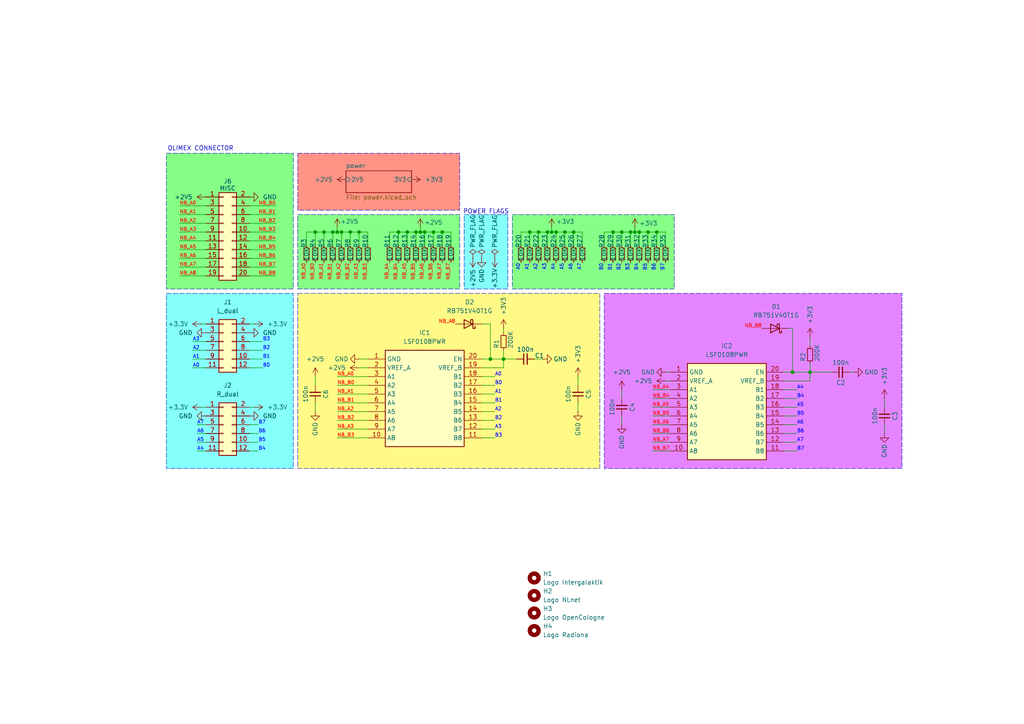
<source format=kicad_sch>
(kicad_sch (version 20231120) (generator "eeschema") (generator_version "8.0")
  (paper "A4")
  (title_block (title "Dual Translation") (date "2024-11-29") (rev "v0.1") (company "Intergalaktik d.o.o."))
  (junction (at 96.52 67.31))
  (junction (at 158.75 67.31))
  (junction (at 101.6 67.31))
  (junction (at 163.83 67.31))
  (junction (at 161.29 67.31))
  (junction (at 182.88 67.31))
  (junction (at 160.02 67.31))
  (junction (at 184.15 67.31))
  (junction (at 91.44 67.31))
  (junction (at 121.92 67.31))
  (junction (at 177.8 67.31))
  (junction (at 234.95 107.95))
  (junction (at 166.37 67.31))
  (junction (at 180.34 67.31))
  (junction (at 187.96 67.31))
  (junction (at 128.27 67.31))
  (junction (at 185.42 67.31))
  (junction (at 115.57 67.31))
  (junction (at 104.14 67.31))
  (junction (at 153.67 67.31))
  (junction (at 142.24 104.14))
  (junction (at 123.19 67.31))
  (junction (at 97.79 67.31))
  (junction (at 125.73 67.31))
  (junction (at 120.65 67.31))
  (junction (at 156.21 67.31))
  (junction (at 229.87 107.95))
  (junction (at 118.11 67.31))
  (junction (at 99.06 67.31))
  (junction (at 190.5 67.31))
  (junction (at 146.05 104.14))
  (junction (at 93.98 67.31))
  (wire (pts (xy 57.15 130.81) (xy 59.69 130.81)))
  (wire (pts (xy 97.79 67.31) (xy 97.79 66.04)))
  (wire (pts (xy 57.15 125.73) (xy 59.69 125.73)))
  (wire (pts (xy 97.79 114.3) (xy 106.68 114.3)))
  (wire (pts (xy 189.23 120.65) (xy 194.31 120.65)))
  (wire (pts (xy 139.7 111.76) (xy 143.51 111.76)))
  (wire (pts (xy 189.23 123.19) (xy 194.31 123.19)))
  (wire (pts (xy 91.44 109.22) (xy 91.44 111.76)))
  (wire (pts (xy 227.33 125.73) (xy 231.14 125.73)))
  (wire (pts (xy 227.33 110.49) (xy 234.95 110.49)))
  (wire (pts (xy 52.07 77.47) (xy 59.69 77.47)))
  (wire (pts (xy 52.07 80.01) (xy 59.69 80.01)))
  (wire (pts (xy 52.07 74.93) (xy 59.69 74.93)))
  (wire (pts (xy 57.15 128.27) (xy 59.69 128.27)))
  (wire (pts (xy 139.7 119.38) (xy 143.51 119.38)))
  (wire (pts (xy 97.79 121.92) (xy 106.68 121.92)))
  (wire (pts (xy 52.07 67.31) (xy 59.69 67.31)))
  (wire (pts (xy 139.7 114.3) (xy 143.51 114.3)))
  (wire (pts (xy 158.75 67.31) (xy 158.75 71.12)))
  (wire (pts (xy 52.07 72.39) (xy 59.69 72.39)))
  (wire (pts (xy 184.15 67.31) (xy 184.15 66.04)))
  (wire (pts (xy 156.21 67.31) (xy 156.21 71.12)))
  (wire (pts (xy 118.11 67.31) (xy 118.11 71.12)))
  (wire (pts (xy 256.54 115.57) (xy 256.54 118.11)))
  (wire (pts (xy 160.02 67.31) (xy 161.29 67.31)))
  (wire (pts (xy 125.73 67.31) (xy 125.73 71.12)))
  (wire (pts (xy 125.73 67.31) (xy 128.27 67.31)))
  (wire (pts (xy 146.05 104.14) (xy 149.86 104.14)))
  (wire (pts (xy 99.06 67.31) (xy 101.6 67.31)))
  (wire (pts (xy 139.7 104.14) (xy 142.24 104.14)))
  (wire (pts (xy 139.7 127) (xy 143.51 127)))
  (wire (pts (xy 121.92 67.31) (xy 123.19 67.31)))
  (wire (pts (xy 189.23 128.27) (xy 194.31 128.27)))
  (wire (pts (xy 146.05 104.14) (xy 146.05 101.6)))
  (wire (pts (xy 104.14 67.31) (xy 104.14 71.12)))
  (wire (pts (xy 104.14 104.14) (xy 106.68 104.14)))
  (wire (pts (xy 153.67 67.31) (xy 156.21 67.31)))
  (wire (pts (xy 229.87 95.25) (xy 229.87 107.95)))
  (wire (pts (xy 234.95 105.41) (xy 234.95 107.95)))
  (wire (pts (xy 187.96 67.31) (xy 190.5 67.31)))
  (wire (pts (xy 228.6 95.25) (xy 229.87 95.25)))
  (wire (pts (xy 52.07 62.23) (xy 59.69 62.23)))
  (wire (pts (xy 227.33 128.27) (xy 231.14 128.27)))
  (wire (pts (xy 142.24 93.98) (xy 142.24 104.14)))
  (wire (pts (xy 97.79 119.38) (xy 106.68 119.38)))
  (wire (pts (xy 72.39 64.77) (xy 80.01 64.77)))
  (wire (pts (xy 154.94 104.14) (xy 157.48 104.14)))
  (wire (pts (xy 161.29 67.31) (xy 163.83 67.31)))
  (wire (pts (xy 187.96 67.31) (xy 187.96 71.12)))
  (wire (pts (xy 128.27 67.31) (xy 128.27 71.12)))
  (wire (pts (xy 52.07 64.77) (xy 59.69 64.77)))
  (wire (pts (xy 72.39 77.47) (xy 80.01 77.47)))
  (wire (pts (xy 97.79 111.76) (xy 106.68 111.76)))
  (wire (pts (xy 72.39 67.31) (xy 80.01 67.31)))
  (wire (pts (xy 227.33 123.19) (xy 231.14 123.19)))
  (wire (pts (xy 189.23 115.57) (xy 194.31 115.57)))
  (wire (pts (xy 189.23 118.11) (xy 194.31 118.11)))
  (wire (pts (xy 120.65 67.31) (xy 121.92 67.31)))
  (wire (pts (xy 123.19 67.31) (xy 123.19 71.12)))
  (wire (pts (xy 52.07 59.69) (xy 59.69 59.69)))
  (wire (pts (xy 193.04 107.95) (xy 194.31 107.95)))
  (wire (pts (xy 101.6 67.31) (xy 101.6 71.12)))
  (wire (pts (xy 189.23 130.81) (xy 194.31 130.81)))
  (wire (pts (xy 161.29 67.31) (xy 161.29 71.12)))
  (wire (pts (xy 234.95 107.95) (xy 241.3 107.95)))
  (wire (pts (xy 184.15 67.31) (xy 185.42 67.31)))
  (wire (pts (xy 180.34 67.31) (xy 180.34 71.12)))
  (wire (pts (xy 153.67 67.31) (xy 153.67 71.12)))
  (wire (pts (xy 104.14 106.68) (xy 106.68 106.68)))
  (wire (pts (xy 142.24 104.14) (xy 146.05 104.14)))
  (wire (pts (xy 229.87 107.95) (xy 234.95 107.95)))
  (wire (pts (xy 115.57 67.31) (xy 118.11 67.31)))
  (wire (pts (xy 72.39 72.39) (xy 80.01 72.39)))
  (wire (pts (xy 177.8 67.31) (xy 177.8 71.12)))
  (wire (pts (xy 88.9 71.12) (xy 88.9 67.31)))
  (wire (pts (xy 72.39 74.93) (xy 80.01 74.93)))
  (wire (pts (xy 156.21 67.31) (xy 158.75 67.31)))
  (wire (pts (xy 227.33 118.11) (xy 231.14 118.11)))
  (wire (pts (xy 146.05 106.68) (xy 146.05 104.14)))
  (wire (pts (xy 72.39 62.23) (xy 80.01 62.23)))
  (wire (pts (xy 160.02 67.31) (xy 160.02 66.04)))
  (wire (pts (xy 190.5 67.31) (xy 193.04 67.31)))
  (wire (pts (xy 96.52 67.31) (xy 97.79 67.31)))
  (wire (pts (xy 139.7 124.46) (xy 143.51 124.46)))
  (wire (pts (xy 55.88 106.68) (xy 59.69 106.68)))
  (wire (pts (xy 96.52 67.31) (xy 96.52 71.12)))
  (wire (pts (xy 246.38 107.95) (xy 247.65 107.95)))
  (wire (pts (xy 101.6 67.31) (xy 104.14 67.31)))
  (wire (pts (xy 58.42 118.11) (xy 59.69 118.11)))
  (wire (pts (xy 190.5 67.31) (xy 190.5 71.12)))
  (wire (pts (xy 139.7 116.84) (xy 143.51 116.84)))
  (wire (pts (xy 182.88 67.31) (xy 184.15 67.31)))
  (wire (pts (xy 139.7 121.92) (xy 143.51 121.92)))
  (wire (pts (xy 120.65 67.31) (xy 120.65 71.12)))
  (wire (pts (xy 72.39 80.01) (xy 80.01 80.01)))
  (wire (pts (xy 106.68 67.31) (xy 106.68 71.12)))
  (wire (pts (xy 52.07 69.85) (xy 59.69 69.85)))
  (wire (pts (xy 185.42 67.31) (xy 187.96 67.31)))
  (wire (pts (xy 91.44 116.84) (xy 91.44 119.38)))
  (wire (pts (xy 151.13 67.31) (xy 153.67 67.31)))
  (wire (pts (xy 118.11 67.31) (xy 120.65 67.31)))
  (wire (pts (xy 193.04 67.31) (xy 193.04 71.12)))
  (wire (pts (xy 227.33 120.65) (xy 231.14 120.65)))
  (wire (pts (xy 88.9 67.31) (xy 91.44 67.31)))
  (wire (pts (xy 115.57 67.31) (xy 115.57 71.12)))
  (wire (pts (xy 166.37 67.31) (xy 168.91 67.31)))
  (wire (pts (xy 175.26 67.31) (xy 177.8 67.31)))
  (wire (pts (xy 227.33 107.95) (xy 229.87 107.95)))
  (wire (pts (xy 91.44 67.31) (xy 93.98 67.31)))
  (wire (pts (xy 185.42 67.31) (xy 185.42 71.12)))
  (wire (pts (xy 113.03 67.31) (xy 115.57 67.31)))
  (wire (pts (xy 72.39 128.27) (xy 74.93 128.27)))
  (wire (pts (xy 193.04 110.49) (xy 194.31 110.49)))
  (wire (pts (xy 97.79 116.84) (xy 106.68 116.84)))
  (wire (pts (xy 72.39 104.14) (xy 76.2 104.14)))
  (wire (pts (xy 97.79 109.22) (xy 106.68 109.22)))
  (wire (pts (xy 227.33 113.03) (xy 231.14 113.03)))
  (wire (pts (xy 189.23 113.03) (xy 194.31 113.03)))
  (wire (pts (xy 72.39 123.19) (xy 74.93 123.19)))
  (wire (pts (xy 168.91 67.31) (xy 168.91 71.12)))
  (wire (pts (xy 55.88 99.06) (xy 59.69 99.06)))
  (wire (pts (xy 73.66 93.98) (xy 72.39 93.98)))
  (wire (pts (xy 182.88 67.31) (xy 182.88 71.12)))
  (wire (pts (xy 72.39 106.68) (xy 76.2 106.68)))
  (wire (pts (xy 123.19 67.31) (xy 125.73 67.31)))
  (wire (pts (xy 180.34 67.31) (xy 182.88 67.31)))
  (wire (pts (xy 72.39 59.69) (xy 80.01 59.69)))
  (wire (pts (xy 139.7 106.68) (xy 146.05 106.68)))
  (wire (pts (xy 128.27 67.31) (xy 130.81 67.31)))
  (wire (pts (xy 180.34 113.03) (xy 180.34 115.57)))
  (wire (pts (xy 72.39 130.81) (xy 74.93 130.81)))
  (wire (pts (xy 139.7 93.98) (xy 142.24 93.98)))
  (wire (pts (xy 256.54 123.19) (xy 256.54 125.73)))
  (wire (pts (xy 167.64 116.84) (xy 167.64 119.38)))
  (wire (pts (xy 91.44 67.31) (xy 91.44 71.12)))
  (wire (pts (xy 72.39 69.85) (xy 80.01 69.85)))
  (wire (pts (xy 175.26 71.12) (xy 175.26 67.31)))
  (wire (pts (xy 177.8 67.31) (xy 180.34 67.31)))
  (wire (pts (xy 151.13 71.12) (xy 151.13 67.31)))
  (wire (pts (xy 55.88 101.6) (xy 59.69 101.6)))
  (wire (pts (xy 93.98 67.31) (xy 96.52 67.31)))
  (wire (pts (xy 158.75 67.31) (xy 160.02 67.31)))
  (wire (pts (xy 97.79 127) (xy 106.68 127)))
  (wire (pts (xy 104.14 67.31) (xy 106.68 67.31)))
  (wire (pts (xy 72.39 125.73) (xy 74.93 125.73)))
  (wire (pts (xy 234.95 110.49) (xy 234.95 107.95)))
  (wire (pts (xy 58.42 93.98) (xy 59.69 93.98)))
  (wire (pts (xy 227.33 115.57) (xy 231.14 115.57)))
  (wire (pts (xy 72.39 99.06) (xy 76.2 99.06)))
  (wire (pts (xy 146.05 95.25) (xy 146.05 96.52)))
  (wire (pts (xy 180.34 120.65) (xy 180.34 123.19)))
  (wire (pts (xy 113.03 71.12) (xy 113.03 67.31)))
  (wire (pts (xy 97.79 67.31) (xy 99.06 67.31)))
  (wire (pts (xy 72.39 101.6) (xy 76.2 101.6)))
  (wire (pts (xy 163.83 67.31) (xy 166.37 67.31)))
  (wire (pts (xy 99.06 67.31) (xy 99.06 71.12)))
  (wire (pts (xy 227.33 130.81) (xy 231.14 130.81)))
  (wire (pts (xy 189.23 125.73) (xy 194.31 125.73)))
  (wire (pts (xy 73.66 118.11) (xy 72.39 118.11)))
  (wire (pts (xy 121.92 67.31) (xy 121.92 66.04)))
  (wire (pts (xy 93.98 67.31) (xy 93.98 71.12)))
  (wire (pts (xy 97.79 124.46) (xy 106.68 124.46)))
  (wire (pts (xy 166.37 67.31) (xy 166.37 71.12)))
  (wire (pts (xy 163.83 67.31) (xy 163.83 71.12)))
  (wire (pts (xy 55.88 104.14) (xy 59.69 104.14)))
  (wire (pts (xy 130.81 67.31) (xy 130.81 71.12)))
  (wire (pts (xy 167.64 109.22) (xy 167.64 111.76)))
  (wire (pts (xy 234.95 97.79) (xy 234.95 100.33)))
  (wire (pts (xy 57.15 123.19) (xy 59.69 123.19)))
  (wire (pts (xy 139.7 109.22) (xy 143.51 109.22)))
  (rectangle (start 134.62 62.23) (end 147.32 83.82) (stroke (width 0.127) (type dash)) (fill (type color) (color 0 255 246 0.48)))
  (rectangle (start 175.26 85.09) (end 261.62 135.89) (stroke (width 0.127) (type dash)) (fill (type color) (color 199 1 255 0.48)))
  (rectangle (start 148.59 62.23) (end 195.58 83.82) (stroke (width 0.127) (type dash)) (fill (type color) (color 2 255 0 0.48)))
  (rectangle (start 86.36 85.09) (end 173.99 135.89) (stroke (width 0.127) (type dash)) (fill (type color) (color 255 242 0 0.48)))
  (rectangle (start 86.36 62.23) (end 133.35 83.82) (stroke (width 0.127) (type dash)) (fill (type color) (color 2 255 0 0.48)))
  (rectangle (start 86.36 44.45) (end 133.35 60.96) (stroke (width 0.127) (type dash)) (fill (type color) (color 255 30 0 0.48)))
  (rectangle (start 48.26 44.45) (end 85.09 83.82) (stroke (width 0.127) (type dash)) (fill (type color) (color 2 255 0 0.48)))
  (rectangle (start 48.26 85.09) (end 85.09 135.89) (stroke (width 0.127) (type dash)) (fill (type color) (color 0 255 246 0.48)))
  (text "OLIMEX CONNECTOR" (at 58.166 43.18 0) (effects (font (size 1.27 1.27))))
  (text "POWER FLAGS" (at 140.97 61.468 0) (effects (font (size 1.27 1.27))))
  (label "A3" (at 158.75 76.2 270) (effects (font (size 1.016 1.016))))
  (label "NB_B2" (at 101.6 76.2 270) (effects (font (size 1.016 1.016))))
  (label "NB_B3" (at 80.01 67.31 180) (effects (font (size 1.016 1.016))))
  (label "NB_B8" (at 220.98 95.25 180) (effects (font (size 1.016 1.016))))
  (label "NB_A5" (at 52.07 72.39 0) (effects (font (size 1.016 1.016))))
  (label "NB_A0" (at 52.07 59.69 0) (effects (font (size 1.016 1.016))))
  (label "B0" (at 143.51 111.76 0) (effects (font (size 1.016 1.016))))
  (label "NB_A5" (at 118.11 76.2 270) (effects (font (size 1.016 1.016))))
  (label "NB_A0" (at 88.9 76.2 270) (effects (font (size 1.016 1.016))))
  (label "B6" (at 74.93 125.73 0) (effects (font (size 1.016 1.016))))
  (label "A5" (at 163.83 76.2 270) (effects (font (size 1.016 1.016))))
  (label "B3" (at 76.2 99.06 0) (effects (font (size 1.016 1.016))))
  (label "B2" (at 143.51 121.92 0) (effects (font (size 1.016 1.016))))
  (label "NB_B2" (at 97.79 121.92 0) (effects (font (size 1.016 1.016))))
  (label "B5" (at 74.93 128.27 0) (effects (font (size 1.016 1.016))))
  (label "B2" (at 180.34 76.2 270) (effects (font (size 1.016 1.016))))
  (label "NB_A4" (at 52.07 69.85 0) (effects (font (size 1.016 1.016))))
  (label "NB_A6" (at 52.07 74.93 0) (effects (font (size 1.016 1.016))))
  (label "A7" (at 231.14 128.27 0) (effects (font (size 1.016 1.016))))
  (label "B4" (at 74.93 130.81 0) (effects (font (size 1.016 1.016))))
  (label "B1" (at 76.2 104.14 0) (effects (font (size 1.016 1.016))))
  (label "B5" (at 187.96 76.2 270) (effects (font (size 1.016 1.016))))
  (label "A0" (at 55.88 106.68 0) (effects (font (size 1.016 1.016))))
  (label "NB_A6" (at 123.19 76.2 270) (effects (font (size 1.016 1.016))))
  (label "NB_A2" (at 99.06 76.2 270) (effects (font (size 1.016 1.016))))
  (label "NB_A3" (at 52.07 67.31 0) (effects (font (size 1.016 1.016))))
  (label "NB_B1" (at 80.01 62.23 180) (effects (font (size 1.016 1.016))))
  (label "NB_B3" (at 106.68 76.2 270) (effects (font (size 1.016 1.016))))
  (label "NB_A2" (at 97.79 119.38 0) (effects (font (size 1.016 1.016))))
  (label "NB_B5" (at 80.01 72.39 180) (effects (font (size 1.016 1.016))))
  (label "NB_B4" (at 115.57 76.2 270) (effects (font (size 1.016 1.016))))
  (label "NB_A2" (at 52.07 64.77 0) (effects (font (size 1.016 1.016))))
  (label "B5" (at 231.14 120.65 0) (effects (font (size 1.016 1.016))))
  (label "A3" (at 55.88 99.06 0) (effects (font (size 1.016 1.016))))
  (label "NB_B6" (at 125.73 76.2 270) (effects (font (size 1.016 1.016))))
  (label "B1" (at 177.8 76.2 270) (effects (font (size 1.016 1.016))))
  (label "A1" (at 55.88 104.14 0) (effects (font (size 1.016 1.016))))
  (label "NB_B0" (at 97.79 111.76 0) (effects (font (size 1.016 1.016))))
  (label "B2" (at 76.2 101.6 0) (effects (font (size 1.016 1.016))))
  (label "A1" (at 153.67 76.2 270) (effects (font (size 1.016 1.016))))
  (label "A2" (at 156.21 76.2 270) (effects (font (size 1.016 1.016))))
  (label "A4" (at 231.14 113.03 0) (effects (font (size 1.016 1.016))))
  (label "NB_B1" (at 97.79 116.84 0) (effects (font (size 1.016 1.016))))
  (label "NB_B5" (at 189.23 120.65 0) (effects (font (size 1.016 1.016))))
  (label "A3" (at 143.51 124.46 0) (effects (font (size 1.016 1.016))))
  (label "NB_A4" (at 113.03 76.2 270) (effects (font (size 1.016 1.016))))
  (label "B7" (at 74.93 123.19 0) (effects (font (size 1.016 1.016))))
  (label "NB_A5" (at 189.23 118.11 0) (effects (font (size 1.016 1.016))))
  (label "A4" (at 57.15 130.81 0) (effects (font (size 1.016 1.016))))
  (label "NB_B2" (at 80.01 64.77 180) (effects (font (size 1.016 1.016))))
  (label "A6" (at 231.14 123.19 0) (effects (font (size 1.016 1.016))))
  (label "NB_B1" (at 96.52 76.2 270) (effects (font (size 1.016 1.016))))
  (label "B0" (at 76.2 106.68 0) (effects (font (size 1.016 1.016))))
  (label "B7" (at 193.04 76.2 270) (effects (font (size 1.016 1.016))))
  (label "NB_A3" (at 104.14 76.2 270) (effects (font (size 1.016 1.016))))
  (label "B7" (at 231.14 130.81 0) (effects (font (size 1.016 1.016))))
  (label "NB_A6" (at 189.23 123.19 0) (effects (font (size 1.016 1.016))))
  (label "NB_A3" (at 97.79 124.46 0) (effects (font (size 1.016 1.016))))
  (label "NB_A7" (at 189.23 128.27 0) (effects (font (size 1.016 1.016))))
  (label "NB_A1" (at 97.79 114.3 0) (effects (font (size 1.016 1.016))))
  (label "NB_B6" (at 189.23 125.73 0) (effects (font (size 1.016 1.016))))
  (label "B6" (at 190.5 76.2 270) (effects (font (size 1.016 1.016))))
  (label "A2" (at 143.51 119.38 0) (effects (font (size 1.016 1.016))))
  (label "NB_B7" (at 130.81 76.2 270) (effects (font (size 1.016 1.016))))
  (label "B6" (at 231.14 125.73 0) (effects (font (size 1.016 1.016))))
  (label "NB_A7" (at 128.27 76.2 270) (effects (font (size 1.016 1.016))))
  (label "NB_B0" (at 80.01 59.69 180) (effects (font (size 1.016 1.016))))
  (label "NB_B4" (at 80.01 69.85 180) (effects (font (size 1.016 1.016))))
  (label "NB_A0" (at 97.79 109.22 0) (effects (font (size 1.016 1.016))))
  (label "A4" (at 161.29 76.2 270) (effects (font (size 1.016 1.016))))
  (label "B0" (at 175.26 76.2 270) (effects (font (size 1.016 1.016))))
  (label "A7" (at 57.15 123.19 0) (effects (font (size 1.016 1.016))))
  (label "NB_A8" (at 132.08 93.98 180) (effects (font (size 1.016 1.016))))
  (label "B4" (at 231.14 115.57 0) (effects (font (size 1.016 1.016))))
  (label "NB_A4" (at 189.23 113.03 0) (effects (font (size 1.016 1.016))))
  (label "B1" (at 143.51 116.84 0) (effects (font (size 1.016 1.016))))
  (label "A6" (at 57.15 125.73 0) (effects (font (size 1.016 1.016))))
  (label "A6" (at 166.37 76.2 270) (effects (font (size 1.016 1.016))))
  (label "NB_B3" (at 97.79 127 0) (effects (font (size 1.016 1.016))))
  (label "A1" (at 143.51 114.3 0) (effects (font (size 1.016 1.016))))
  (label "NB_A1" (at 93.98 76.2 270) (effects (font (size 1.016 1.016))))
  (label "NB_B4" (at 189.23 115.57 0) (effects (font (size 1.016 1.016))))
  (label "A0" (at 143.51 109.22 0) (effects (font (size 1.016 1.016))))
  (label "A5" (at 231.14 118.11 0) (effects (font (size 1.016 1.016))))
  (label "NB_B7" (at 189.23 130.81 0) (effects (font (size 1.016 1.016))))
  (label "B4" (at 185.42 76.2 270) (effects (font (size 1.016 1.016))))
  (label "NB_A7" (at 52.07 77.47 0) (effects (font (size 1.016 1.016))))
  (label "NB_B5" (at 120.65 76.2 270) (effects (font (size 1.016 1.016))))
  (label "NB_B7" (at 80.01 77.47 180) (effects (font (size 1.016 1.016))))
  (label "A2" (at 55.88 101.6 0) (effects (font (size 1.016 1.016))))
  (label "A7" (at 168.91 76.2 270) (effects (font (size 1.016 1.016))))
  (label "NB_A8" (at 52.07 80.01 0) (effects (font (size 1.016 1.016))))
  (label "NB_A1" (at 52.07 62.23 0) (effects (font (size 1.016 1.016))))
  (label "A0" (at 151.13 76.2 270) (effects (font (size 1.016 1.016))))
  (label "NB_B8" (at 80.01 80.01 180) (effects (font (size 1.016 1.016))))
  (label "B3" (at 143.51 127 0) (effects (font (size 1.016 1.016))))
  (label "A5" (at 57.15 128.27 0) (effects (font (size 1.016 1.016))))
  (label "B3" (at 182.88 76.2 270) (effects (font (size 1.016 1.016))))
  (label "NB_B0" (at 91.44 76.2 270) (effects (font (size 1.016 1.016))))
  (label "NB_B6" (at 80.01 74.93 180) (effects (font (size 1.016 1.016))))
  (symbol (lib_id "power:+2V5") (at 59.69 57.15 90) (unit 1)
    (property "Reference" "#PWR0101" (effects (hide yes)))
    (property "Value" "+2V5" (at 55.88 57.1499 90) (effects (justify left)))
    (property "Description" "Power symbol creates a global label with name \"+2V5\"" (effects (hide yes)))
  )
  (symbol (lib_id "Device:R_Small") (at 161.29 73.66 0) (unit 1)
    (property "Reference" "R24" (at 160.528 71.882 90) (effects (justify left)))
    (property "Value" "10K" (at 161.29 75.692 90) (effects (justify left)))
    (property "Footprint" "Resistor_SMD:R_0402_1005Metric" (effects (hide yes)))
    (property "Description" "Resistor, small symbol" (effects (hide yes)))
    (property "MPN" " RC0603FR-071K1L" (effects (hide yes)))
    (property "Mouser" "603-RC0603FR-071K1L" (effects (hide yes)))
  )
  (symbol (lib_id "power:GND") (at 104.14 104.14 270) (unit 1)
    (property "Reference" "#PWR013" (effects (hide yes)))
    (property "Value" "GND" (at 99.06 104.14 90))
    (property "Description" "Power symbol creates a global label with name \"GND\" , ground" (effects (hide yes)))
  )
  (symbol (lib_id "Device:R_Small") (at 185.42 73.66 0) (unit 1)
    (property "Reference" "R32" (at 184.658 71.882 90) (effects (justify left)))
    (property "Value" "10K" (at 185.42 75.692 90) (effects (justify left)))
    (property "Footprint" "Resistor_SMD:R_0402_1005Metric" (effects (hide yes)))
    (property "Description" "Resistor, small symbol" (effects (hide yes)))
    (property "MPN" " RC0603FR-071K1L" (effects (hide yes)))
    (property "Mouser" "603-RC0603FR-071K1L" (effects (hide yes)))
  )
  (symbol (lib_id "Connector_Generic:Conn_02x06_Odd_Even") (at 64.77 99.06 0) (unit 1)
    (property "Reference" "J1" (at 66.04 87.63 0))
    (property "Value" "L_dual" (at 66.04 90.17 0))
    (property "Footprint" "Connector_PinSocket_2.54mm:PinSocket_2x06_P2.54mm_Horizontal" (effects (hide yes)))
    (property "Description" "Generic connector, double row, 02x06, odd/even pin numbering scheme (row 1 odd numbers, row 2 even numbers), script generated (kicad-library-utils/schlib/autogen/connector/)" (effects (hide yes)))
  )
  (symbol (lib_id "power:+2V5") (at 184.15 66.04 0) (unit 1)
    (property "Reference" "#PWR016" (effects (hide yes)))
    (property "Value" "+3V3" (at 185.42 64.77 0) (effects (justify left)))
    (property "Description" "Power symbol creates a global label with name \"+2V5\"" (effects (hide yes)))
  )
  (symbol (lib_id "power:GND") (at 180.34 123.19 0) (unit 1)
    (property "Reference" "#PWR020" (effects (hide yes)))
    (property "Value" "GND" (at 180.34 128.27 90))
    (property "Description" "Power symbol creates a global label with name \"GND\" , ground" (effects (hide yes)))
  )
  (symbol (lib_id "LSF0108PWR:LSF0108PWR") (at 106.68 104.14 0) (unit 1)
    (property "Reference" "IC1" (at 123.19 96.52 0))
    (property "Value" "LSF0108PWR" (at 123.19 99.06 0))
    (property "Footprint" "LSF0108PWR:SOP65P640X120-20N" (effects (hide yes)))
    (property "Datasheet" "https://www.ti.com/lit/ds/symlink/lsf0108.pdf?ts=1598697110983&ref_url=https%253A%252F%252Fwww.ti.com%252Fstore%252Fti%252Fen%252Fp%252Fproduct%252F%253Fp%253DLSF0108PWR%2526keyMatch%253DLSF0108PWR%2526tisearch%253DSearch-EN-everything%2526usecase%253DOPN" (effects (hide yes)))
    (property "Description" "TEXAS INSTRUMENTS - LSF0108PWR - VOLT LEVEL TRANSLATOR, OCTAL, TSSOP-20" (effects (hide yes)))
    (property "Height" "1.2" (effects (hide yes)))
    (property "Mouser Part Number" "595-LSF0108PWR" (effects (hide yes)))
    (property "Mouser Price/Stock" "https://www.mouser.co.uk/ProductDetail/Texas-Instruments/LSF0108PWR?qs=MJut%252BdqOEgjIYRbmgD64ig%3D%3D" (effects (hide yes)))
    (property "Manufacturer_Name" "Texas Instruments" (effects (hide yes)))
    (property "Manufacturer_Part_Number" "LSF0108PWR" (effects (hide yes)))
  )
  (symbol (lib_id "Device:R_Small") (at 93.98 73.66 0) (unit 1)
    (property "Reference" "R5" (at 93.218 71.882 90) (effects (justify left)))
    (property "Value" "10K" (at 93.98 75.692 90) (effects (justify left)))
    (property "Footprint" "Resistor_SMD:R_0402_1005Metric" (effects (hide yes)))
    (property "Description" "Resistor, small symbol" (effects (hide yes)))
    (property "MPN" " RC0603FR-071K1L" (effects (hide yes)))
    (property "Mouser" "603-RC0603FR-071K1L" (effects (hide yes)))
  )
  (symbol (lib_id "Device:R_Small") (at 180.34 73.66 0) (unit 1)
    (property "Reference" "R30" (at 179.578 71.882 90) (effects (justify left)))
    (property "Value" "10K" (at 180.34 75.692 90) (effects (justify left)))
    (property "Footprint" "Resistor_SMD:R_0402_1005Metric" (effects (hide yes)))
    (property "Description" "Resistor, small symbol" (effects (hide yes)))
    (property "MPN" " RC0603FR-071K1L" (effects (hide yes)))
    (property "Mouser" "603-RC0603FR-071K1L" (effects (hide yes)))
  )
  (symbol (lib_id "Mechanical:MountingHole") (at 154.94 177.8 0) (unit 1) (exclude_from_sim yes) (in_bom no)
    (property "Reference" "H3" (at 157.48 176.5299 0) (effects (justify left)))
    (property "Value" "Logo OpenCologne" (at 157.48 179.0699 0) (effects (justify left)))
    (property "Footprint" "Cologne:open_cologne" (effects (hide yes)))
    (property "Description" "Mounting Hole without connection" (effects (hide yes)))
  )
  (symbol (lib_id "Connector_Generic:Conn_02x10_Odd_Even") (at 64.77 67.31 0) (unit 1)
    (property "Reference" "J6" (at 66.04 52.578 0))
    (property "Value" "MISC" (at 66.04 54.61 0))
    (property "Footprint" "Connector_PinSocket_2.54mm:PinSocket_2x10_P2.54mm_Vertical_SMD" (effects (hide yes)))
    (property "Description" "Generic connector, double row, 02x10, odd/even pin numbering scheme (row 1 odd numbers, row 2 even numbers), script generated (kicad-library-utils/schlib/autogen/connector/)" (effects (hide yes)))
  )
  (symbol (lib_id "power:GND") (at 247.65 107.95 90) (unit 1)
    (property "Reference" "#PWR015" (effects (hide yes)))
    (property "Value" "GND" (at 252.73 107.95 90))
    (property "Description" "Power symbol creates a global label with name \"GND\" , ground" (effects (hide yes)))
  )
  (symbol (lib_id "power:GND") (at 91.44 119.38 0) (unit 1)
    (property "Reference" "#PWR026" (effects (hide yes)))
    (property "Value" "GND" (at 91.44 124.46 90))
    (property "Description" "Power symbol creates a global label with name \"GND\" , ground" (effects (hide yes)))
  )
  (symbol (lib_id "Device:R_Small") (at 115.57 73.66 0) (unit 1)
    (property "Reference" "R12" (at 114.808 71.882 90) (effects (justify left)))
    (property "Value" "10K" (at 115.57 75.692 90) (effects (justify left)))
    (property "Footprint" "Resistor_SMD:R_0402_1005Metric" (effects (hide yes)))
    (property "Description" "Resistor, small symbol" (effects (hide yes)))
    (property "MPN" " RC0603FR-071K1L" (effects (hide yes)))
    (property "Mouser" "603-RC0603FR-071K1L" (effects (hide yes)))
  )
  (symbol (lib_id "power:GND") (at 193.04 107.95 270) (unit 1)
    (property "Reference" "#PWR028" (effects (hide yes)))
    (property "Value" "GND" (at 187.96 107.95 90))
    (property "Description" "Power symbol creates a global label with name \"GND\" , ground" (effects (hide yes)))
  )
  (symbol (lib_id "Device:R_Small") (at 163.83 73.66 0) (unit 1)
    (property "Reference" "R25" (at 163.068 71.882 90) (effects (justify left)))
    (property "Value" "10K" (at 163.83 75.692 90) (effects (justify left)))
    (property "Footprint" "Resistor_SMD:R_0402_1005Metric" (effects (hide yes)))
    (property "Description" "Resistor, small symbol" (effects (hide yes)))
    (property "MPN" " RC0603FR-071K1L" (effects (hide yes)))
    (property "Mouser" "603-RC0603FR-071K1L" (effects (hide yes)))
  )
  (symbol (lib_id "power:GND") (at 157.48 104.14 90) (unit 1)
    (property "Reference" "#PWR014" (effects (hide yes)))
    (property "Value" "GND" (at 162.56 104.14 90))
    (property "Description" "Power symbol creates a global label with name \"GND\" , ground" (effects (hide yes)))
  )
  (symbol (lib_id "power:GND") (at 72.39 120.65 90) (unit 1)
    (property "Reference" "#PWR07" (effects (hide yes)))
    (property "Value" "GND" (at 76.2 120.6499 90) (effects (justify right)))
    (property "Description" "Power symbol creates a global label with name \"GND\" , ground" (effects (hide yes)))
  )
  (symbol (lib_id "Device:R_Small") (at 193.04 73.66 0) (unit 1)
    (property "Reference" "R35" (at 192.278 71.882 90) (effects (justify left)))
    (property "Value" "10K" (at 193.04 75.692 90) (effects (justify left)))
    (property "Footprint" "Resistor_SMD:R_0402_1005Metric" (effects (hide yes)))
    (property "Description" "Resistor, small symbol" (effects (hide yes)))
    (property "MPN" " RC0603FR-071K1L" (effects (hide yes)))
    (property "Mouser" "603-RC0603FR-071K1L" (effects (hide yes)))
  )
  (symbol (lib_id "power:GND") (at 139.7 74.93 0) (unit 1)
    (property "Reference" "#PWR032" (effects (hide yes)))
    (property "Value" "GND" (at 139.7 80.01 90))
    (property "Description" "Power symbol creates a global label with name \"GND\" , ground" (effects (hide yes)))
  )
  (symbol (lib_id "Device:R_Small") (at 101.6 73.66 0) (unit 1)
    (property "Reference" "R8" (at 100.838 71.882 90) (effects (justify left)))
    (property "Value" "10K" (at 101.6 75.692 90) (effects (justify left)))
    (property "Footprint" "Resistor_SMD:R_0402_1005Metric" (effects (hide yes)))
    (property "Description" "Resistor, small symbol" (effects (hide yes)))
    (property "MPN" " RC0603FR-071K1L" (effects (hide yes)))
    (property "Mouser" "603-RC0603FR-071K1L" (effects (hide yes)))
  )
  (symbol (lib_id "power:PWR_FLAG") (at 139.7 74.93 0) (unit 1)
    (property "Reference" "#FLG04" (effects (hide yes)))
    (property "Value" "PWR_FLAG" (at 139.7 67.056 90))
    (property "Description" "Special symbol for telling ERC where power comes from" (effects (hide yes)))
  )
  (symbol (lib_id "Device:C_Small") (at 256.54 120.65 180) (unit 1)
    (property "Reference" "C3" (at 259.588 120.65 90))
    (property "Value" "100n" (at 253.746 120.65 90))
    (property "Footprint" "Capacitor_SMD:C_0402_1005Metric" (effects (hide yes)))
    (property "Description" "Unpolarized capacitor, small symbol" (effects (hide yes)))
  )
  (symbol (lib_id "power:+2V5") (at 100.33 52.07 90) (unit 1)
    (property "Reference" "#PWR09" (effects (hide yes)))
    (property "Value" "+2V5" (at 96.52 52.0699 90) (effects (justify left)))
    (property "Description" "Power symbol creates a global label with name \"+2V5\"" (effects (hide yes)))
  )
  (symbol (lib_id "Device:C_Small") (at 152.4 104.14 90) (unit 1)
    (property "Reference" "C1" (at 156.464 103.124 90))
    (property "Value" "100n" (at 152.4 101.346 90))
    (property "Footprint" "Capacitor_SMD:C_0402_1005Metric" (effects (hide yes)))
    (property "Description" "Unpolarized capacitor, small symbol" (effects (hide yes)))
  )
  (symbol (lib_id "Device:R_Small") (at 99.06 73.66 0) (unit 1)
    (property "Reference" "R7" (at 98.298 71.882 90) (effects (justify left)))
    (property "Value" "10K" (at 99.06 75.692 90) (effects (justify left)))
    (property "Footprint" "Resistor_SMD:R_0402_1005Metric" (effects (hide yes)))
    (property "Description" "Resistor, small symbol" (effects (hide yes)))
    (property "MPN" " RC0603FR-071K1L" (effects (hide yes)))
    (property "Mouser" "603-RC0603FR-071K1L" (effects (hide yes)))
  )
  (symbol (lib_id "power:+3.3V") (at 73.66 93.98 270) (unit 1)
    (property "Reference" "#PWR03" (effects (hide yes)))
    (property "Value" "+3.3V" (at 77.47 93.9799 90) (effects (justify left)))
    (property "Description" "Power symbol creates a global label with name \"+3.3V\"" (effects (hide yes)))
  )
  (symbol (lib_id "Device:R_Small") (at 91.44 73.66 0) (unit 1)
    (property "Reference" "R4" (at 90.678 71.882 90) (effects (justify left)))
    (property "Value" "10K" (at 91.44 75.692 90) (effects (justify left)))
    (property "Footprint" "Resistor_SMD:R_0402_1005Metric" (effects (hide yes)))
    (property "Description" "Resistor, small symbol" (effects (hide yes)))
    (property "MPN" " RC0603FR-071K1L" (effects (hide yes)))
    (property "Mouser" "603-RC0603FR-071K1L" (effects (hide yes)))
  )
  (symbol (lib_id "power:PWR_FLAG") (at 137.16 74.93 0) (unit 1)
    (property "Reference" "#FLG01" (effects (hide yes)))
    (property "Value" "PWR_FLAG" (at 137.16 67.056 90))
    (property "Description" "Special symbol for telling ERC where power comes from" (effects (hide yes)))
  )
  (symbol (lib_id "Device:R_Small") (at 106.68 73.66 0) (unit 1)
    (property "Reference" "R10" (at 105.918 71.882 90) (effects (justify left)))
    (property "Value" "10K" (at 106.68 75.692 90) (effects (justify left)))
    (property "Footprint" "Resistor_SMD:R_0402_1005Metric" (effects (hide yes)))
    (property "Description" "Resistor, small symbol" (effects (hide yes)))
    (property "MPN" " RC0603FR-071K1L" (effects (hide yes)))
    (property "Mouser" "603-RC0603FR-071K1L" (effects (hide yes)))
  )
  (symbol (lib_id "Device:R_Small") (at 104.14 73.66 0) (unit 1)
    (property "Reference" "R9" (at 103.378 71.882 90) (effects (justify left)))
    (property "Value" "10K" (at 104.14 75.692 90) (effects (justify left)))
    (property "Footprint" "Resistor_SMD:R_0402_1005Metric" (effects (hide yes)))
    (property "Description" "Resistor, small symbol" (effects (hide yes)))
    (property "MPN" " RC0603FR-071K1L" (effects (hide yes)))
    (property "Mouser" "603-RC0603FR-071K1L" (effects (hide yes)))
  )
  (symbol (lib_id "Device:R_Small") (at 177.8 73.66 0) (unit 1)
    (property "Reference" "R29" (at 177.038 71.882 90) (effects (justify left)))
    (property "Value" "10K" (at 177.8 75.692 90) (effects (justify left)))
    (property "Footprint" "Resistor_SMD:R_0402_1005Metric" (effects (hide yes)))
    (property "Description" "Resistor, small symbol" (effects (hide yes)))
    (property "MPN" " RC0603FR-071K1L" (effects (hide yes)))
    (property "Mouser" "603-RC0603FR-071K1L" (effects (hide yes)))
  )
  (symbol (lib_id "Device:R_Small") (at 234.95 102.87 0) (unit 1)
    (property "Reference" "R2" (at 232.918 104.902 90) (effects (justify left)))
    (property "Value" "200K" (at 236.982 104.902 90) (effects (justify left)))
    (property "Footprint" "Resistor_SMD:R_0402_1005Metric" (effects (hide yes)))
    (property "Description" "Resistor, small symbol" (effects (hide yes)))
    (property "MPN" " RC0603FR-071K1L" (effects (hide yes)))
    (property "Mouser" "603-RC0603FR-071K1L" (effects (hide yes)))
  )
  (symbol (lib_id "Device:R_Small") (at 96.52 73.66 0) (unit 1)
    (property "Reference" "R6" (at 95.758 71.882 90) (effects (justify left)))
    (property "Value" "10K" (at 96.52 75.692 90) (effects (justify left)))
    (property "Footprint" "Resistor_SMD:R_0402_1005Metric" (effects (hide yes)))
    (property "Description" "Resistor, small symbol" (effects (hide yes)))
    (property "MPN" " RC0603FR-071K1L" (effects (hide yes)))
    (property "Mouser" "603-RC0603FR-071K1L" (effects (hide yes)))
  )
  (symbol (lib_id "Device:R_Small") (at 113.03 73.66 0) (unit 1)
    (property "Reference" "R11" (at 112.268 71.882 90) (effects (justify left)))
    (property "Value" "10K" (at 113.03 75.692 90) (effects (justify left)))
    (property "Footprint" "Resistor_SMD:R_0402_1005Metric" (effects (hide yes)))
    (property "Description" "Resistor, small symbol" (effects (hide yes)))
    (property "MPN" " RC0603FR-071K1L" (effects (hide yes)))
    (property "Mouser" "603-RC0603FR-071K1L" (effects (hide yes)))
  )
  (symbol (lib_id "Device:R_Small") (at 151.13 73.66 0) (unit 1)
    (property "Reference" "R20" (at 150.368 71.882 90) (effects (justify left)))
    (property "Value" "10K" (at 151.13 75.692 90) (effects (justify left)))
    (property "Footprint" "Resistor_SMD:R_0402_1005Metric" (effects (hide yes)))
    (property "Description" "Resistor, small symbol" (effects (hide yes)))
    (property "MPN" " RC0603FR-071K1L" (effects (hide yes)))
    (property "Mouser" "603-RC0603FR-071K1L" (effects (hide yes)))
  )
  (symbol (lib_id "Device:R_Small") (at 187.96 73.66 0) (unit 1)
    (property "Reference" "R33" (at 187.198 71.882 90) (effects (justify left)))
    (property "Value" "10K" (at 187.96 75.692 90) (effects (justify left)))
    (property "Footprint" "Resistor_SMD:R_0402_1005Metric" (effects (hide yes)))
    (property "Description" "Resistor, small symbol" (effects (hide yes)))
    (property "MPN" " RC0603FR-071K1L" (effects (hide yes)))
    (property "Mouser" "603-RC0603FR-071K1L" (effects (hide yes)))
  )
  (symbol (lib_id "power:GND") (at 167.64 119.38 0) (unit 1)
    (property "Reference" "#PWR024" (effects (hide yes)))
    (property "Value" "GND" (at 167.64 124.46 90))
    (property "Description" "Power symbol creates a global label with name \"GND\" , ground" (effects (hide yes)))
  )
  (symbol (lib_id "Device:R_Small") (at 118.11 73.66 0) (unit 1)
    (property "Reference" "R13" (at 117.348 71.882 90) (effects (justify left)))
    (property "Value" "10K" (at 118.11 75.692 90) (effects (justify left)))
    (property "Footprint" "Resistor_SMD:R_0402_1005Metric" (effects (hide yes)))
    (property "Description" "Resistor, small symbol" (effects (hide yes)))
    (property "MPN" " RC0603FR-071K1L" (effects (hide yes)))
    (property "Mouser" "603-RC0603FR-071K1L" (effects (hide yes)))
  )
  (symbol (lib_id "Device:R_Small") (at 168.91 73.66 0) (unit 1)
    (property "Reference" "R27" (at 168.148 71.882 90) (effects (justify left)))
    (property "Value" "10K" (at 168.91 75.692 90) (effects (justify left)))
    (property "Footprint" "Resistor_SMD:R_0402_1005Metric" (effects (hide yes)))
    (property "Description" "Resistor, small symbol" (effects (hide yes)))
    (property "MPN" " RC0603FR-071K1L" (effects (hide yes)))
    (property "Mouser" "603-RC0603FR-071K1L" (effects (hide yes)))
  )
  (symbol (lib_id "power:GND") (at 59.69 120.65 270) (unit 1)
    (property "Reference" "#PWR08" (effects (hide yes)))
    (property "Value" "GND" (at 55.88 120.6499 90) (effects (justify right)))
    (property "Description" "Power symbol creates a global label with name \"GND\" , ground" (effects (hide yes)))
  )
  (symbol (lib_id "Device:R_Small") (at 153.67 73.66 0) (unit 1)
    (property "Reference" "R21" (at 152.908 71.882 90) (effects (justify left)))
    (property "Value" "10K" (at 153.67 75.692 90) (effects (justify left)))
    (property "Footprint" "Resistor_SMD:R_0402_1005Metric" (effects (hide yes)))
    (property "Description" "Resistor, small symbol" (effects (hide yes)))
    (property "MPN" " RC0603FR-071K1L" (effects (hide yes)))
    (property "Mouser" "603-RC0603FR-071K1L" (effects (hide yes)))
  )
  (symbol (lib_id "Device:C_Small") (at 167.64 114.3 180) (unit 1)
    (property "Reference" "C5" (at 170.688 114.3 90))
    (property "Value" "100n" (at 164.846 114.3 90))
    (property "Footprint" "Capacitor_SMD:C_0402_1005Metric" (effects (hide yes)))
    (property "Description" "Unpolarized capacitor, small symbol" (effects (hide yes)))
  )
  (symbol (lib_id "power:+2V5") (at 193.04 110.49 90) (unit 1)
    (property "Reference" "#PWR027" (effects (hide yes)))
    (property "Value" "+2V5" (at 189.23 110.4899 90) (effects (justify left)))
    (property "Description" "Power symbol creates a global label with name \"+2V5\"" (effects (hide yes)))
  )
  (symbol (lib_id "power:GND") (at 72.39 57.15 90) (unit 1)
    (property "Reference" "#PWR04" (effects (hide yes)))
    (property "Value" "GND" (at 76.2 57.1499 90) (effects (justify right)))
    (property "Description" "Power symbol creates a global label with name \"GND\" , ground" (effects (hide yes)))
  )
  (symbol (lib_id "Mechanical:MountingHole") (at 154.94 182.88 0) (unit 1) (exclude_from_sim yes) (in_bom no)
    (property "Reference" "H4" (at 157.48 181.6099 0) (effects (justify left)))
    (property "Value" "Logo Radiona" (at 157.48 184.1499 0) (effects (justify left)))
    (property "Footprint" "radiona:radiona" (effects (hide yes)))
    (property "Description" "Mounting Hole without connection" (effects (hide yes)))
  )
  (symbol (lib_id "Device:C_Small") (at 91.44 114.3 180) (unit 1)
    (property "Reference" "C6" (at 94.488 114.3 90))
    (property "Value" "100n" (at 88.646 114.3 90))
    (property "Footprint" "Capacitor_SMD:C_0402_1005Metric" (effects (hide yes)))
    (property "Description" "Unpolarized capacitor, small symbol" (effects (hide yes)))
  )
  (symbol (lib_id "power:+2V5") (at 180.34 113.03 0) (unit 1)
    (property "Reference" "#PWR019" (effects (hide yes)))
    (property "Value" "+2V5" (at 180.34 107.95 0))
    (property "Description" "Power symbol creates a global label with name \"+2V5\"" (effects (hide yes)))
  )
  (symbol (lib_id "power:+3.3V") (at 143.51 74.93 180) (unit 1)
    (property "Reference" "#PWR030" (effects (hide yes)))
    (property "Value" "+3.3V" (at 143.51 80.772 90))
    (property "Description" "Power symbol creates a global label with name \"+3.3V\"" (effects (hide yes)))
  )
  (symbol (lib_id "power:+2V5") (at 104.14 106.68 90) (unit 1)
    (property "Reference" "#PWR011" (effects (hide yes)))
    (property "Value" "+2V5" (at 100.33 106.6799 90) (effects (justify left)))
    (property "Description" "Power symbol creates a global label with name \"+2V5\"" (effects (hide yes)))
  )
  (symbol (lib_id "Mechanical:MountingHole") (at 154.94 172.72 0) (unit 1) (exclude_from_sim yes) (in_bom no)
    (property "Reference" "H2" (at 157.48 171.4499 0) (effects (justify left)))
    (property "Value" "Logo NLnet" (at 157.48 173.9899 0) (effects (justify left)))
    (property "Footprint" "nlnet:nlnet" (effects (hide yes)))
    (property "Description" "Mounting Hole without connection" (effects (hide yes)))
  )
  (symbol (lib_id "Device:D_Schottky") (at 135.89 93.98 180) (unit 1)
    (property "Reference" "D2" (at 136.2075 87.63 0))
    (property "Value" "RB751V40T1G" (at 136.2075 90.17 0))
    (property "Footprint" "Diode_SMD:D_SOD-323" (effects (hide yes)))
    (property "Description" "Schottky diode" (effects (hide yes)))
  )
  (symbol (lib_id "power:+2V5") (at 160.02 66.04 0) (unit 1)
    (property "Reference" "#PWR012" (effects (hide yes)))
    (property "Value" "+3V3" (at 161.29 64.262 0) (effects (justify left)))
    (property "Description" "Power symbol creates a global label with name \"+2V5\"" (effects (hide yes)))
  )
  (symbol (lib_id "power:+2V5") (at 121.92 66.04 0) (unit 1)
    (property "Reference" "#PWR033" (effects (hide yes)))
    (property "Value" "+2V5" (at 125.73 64.516 0))
    (property "Description" "Power symbol creates a global label with name \"+2V5\"" (effects (hide yes)))
  )
  (symbol (lib_id "Device:R_Small") (at 128.27 73.66 0) (unit 1)
    (property "Reference" "R18" (at 127.508 71.882 90) (effects (justify left)))
    (property "Value" "10K" (at 128.27 75.692 90) (effects (justify left)))
    (property "Footprint" "Resistor_SMD:R_0402_1005Metric" (effects (hide yes)))
    (property "Description" "Resistor, small symbol" (effects (hide yes)))
    (property "MPN" " RC0603FR-071K1L" (effects (hide yes)))
    (property "Mouser" "603-RC0603FR-071K1L" (effects (hide yes)))
  )
  (symbol (lib_id "LSF0108PWR:LSF0108PWR") (at 194.31 107.95 0) (unit 1)
    (property "Reference" "IC2" (at 210.82 100.33 0))
    (property "Value" "LSF0108PWR" (at 210.82 102.87 0))
    (property "Footprint" "LSF0108PWR:SOP65P640X120-20N" (effects (hide yes)))
    (property "Datasheet" "https://www.ti.com/lit/ds/symlink/lsf0108.pdf?ts=1598697110983&ref_url=https%253A%252F%252Fwww.ti.com%252Fstore%252Fti%252Fen%252Fp%252Fproduct%252F%253Fp%253DLSF0108PWR%2526keyMatch%253DLSF0108PWR%2526tisearch%253DSearch-EN-everything%2526usecase%253DOPN" (effects (hide yes)))
    (property "Description" "TEXAS INSTRUMENTS - LSF0108PWR - VOLT LEVEL TRANSLATOR, OCTAL, TSSOP-20" (effects (hide yes)))
    (property "Height" "1.2" (effects (hide yes)))
    (property "Mouser Part Number" "595-LSF0108PWR" (effects (hide yes)))
    (property "Mouser Price/Stock" "https://www.mouser.co.uk/ProductDetail/Texas-Instruments/LSF0108PWR?qs=MJut%252BdqOEgjIYRbmgD64ig%3D%3D" (effects (hide yes)))
    (property "Manufacturer_Name" "Texas Instruments" (effects (hide yes)))
    (property "Manufacturer_Part_Number" "LSF0108PWR" (effects (hide yes)))
  )
  (symbol (lib_id "power:+2V5") (at 97.79 66.04 0) (unit 1)
    (property "Reference" "#PWR031" (effects (hide yes)))
    (property "Value" "+2V5" (at 101.346 64.262 0))
    (property "Description" "Power symbol creates a global label with name \"+2V5\"" (effects (hide yes)))
  )
  (symbol (lib_id "Device:R_Small") (at 130.81 73.66 0) (unit 1)
    (property "Reference" "R19" (at 130.048 71.882 90) (effects (justify left)))
    (property "Value" "10K" (at 130.81 75.692 90) (effects (justify left)))
    (property "Footprint" "Resistor_SMD:R_0402_1005Metric" (effects (hide yes)))
    (property "Description" "Resistor, small symbol" (effects (hide yes)))
    (property "MPN" " RC0603FR-071K1L" (effects (hide yes)))
    (property "Mouser" "603-RC0603FR-071K1L" (effects (hide yes)))
  )
  (symbol (lib_id "power:+2V5") (at 234.95 97.79 0) (unit 1)
    (property "Reference" "#PWR018" (effects (hide yes)))
    (property "Value" "+3V3" (at 234.9499 93.98 90) (effects (justify left)))
    (property "Description" "Power symbol creates a global label with name \"+2V5\"" (effects (hide yes)))
  )
  (symbol (lib_id "power:+2V5") (at 119.38 52.07 270) (unit 1)
    (property "Reference" "#PWR010" (effects (hide yes)))
    (property "Value" "+3V3" (at 123.19 52.0699 90) (effects (justify left)))
    (property "Description" "Power symbol creates a global label with name \"+2V5\"" (effects (hide yes)))
  )
  (symbol (lib_id "Device:R_Small") (at 166.37 73.66 0) (unit 1)
    (property "Reference" "R26" (at 165.608 71.882 90) (effects (justify left)))
    (property "Value" "10K" (at 166.37 75.692 90) (effects (justify left)))
    (property "Footprint" "Resistor_SMD:R_0402_1005Metric" (effects (hide yes)))
    (property "Description" "Resistor, small symbol" (effects (hide yes)))
    (property "MPN" " RC0603FR-071K1L" (effects (hide yes)))
    (property "Mouser" "603-RC0603FR-071K1L" (effects (hide yes)))
  )
  (symbol (lib_id "power:+3.3V") (at 58.42 118.11 90) (unit 1)
    (property "Reference" "#PWR02" (effects (hide yes)))
    (property "Value" "+3.3V" (at 54.61 118.1099 90) (effects (justify left)))
    (property "Description" "Power symbol creates a global label with name \"+3.3V\"" (effects (hide yes)))
  )
  (symbol (lib_id "Device:D_Schottky") (at 224.79 95.25 180) (unit 1)
    (property "Reference" "D1" (at 225.1075 88.9 0))
    (property "Value" "RB751V40T1G" (at 225.1075 91.44 0))
    (property "Footprint" "Diode_SMD:D_SOD-323" (effects (hide yes)))
    (property "Description" "Schottky diode" (effects (hide yes)))
  )
  (symbol (lib_id "Device:C_Small") (at 180.34 118.11 180) (unit 1)
    (property "Reference" "C4" (at 183.388 118.11 90))
    (property "Value" "100n" (at 177.546 118.11 90))
    (property "Footprint" "Capacitor_SMD:C_0402_1005Metric" (effects (hide yes)))
    (property "Description" "Unpolarized capacitor, small symbol" (effects (hide yes)))
  )
  (symbol (lib_id "Connector_Generic:Conn_02x06_Odd_Even") (at 64.77 123.19 0) (unit 1)
    (property "Reference" "J2" (at 66.04 111.76 0))
    (property "Value" "R_dual" (at 66.04 114.3 0))
    (property "Footprint" "Connector_PinSocket_2.54mm:PinSocket_2x06_P2.54mm_Horizontal" (effects (hide yes)))
    (property "Description" "Generic connector, double row, 02x06, odd/even pin numbering scheme (row 1 odd numbers, row 2 even numbers), script generated (kicad-library-utils/schlib/autogen/connector/)" (effects (hide yes)))
  )
  (symbol (lib_id "power:GND") (at 59.69 96.52 270) (unit 1)
    (property "Reference" "#PWR06" (effects (hide yes)))
    (property "Value" "GND" (at 55.88 96.5199 90) (effects (justify right)))
    (property "Description" "Power symbol creates a global label with name \"GND\" , ground" (effects (hide yes)))
  )
  (symbol (lib_id "power:+3.3V") (at 58.42 93.98 90) (unit 1)
    (property "Reference" "#PWR0102" (effects (hide yes)))
    (property "Value" "+3.3V" (at 54.61 93.9799 90) (effects (justify left)))
    (property "Description" "Power symbol creates a global label with name \"+3.3V\"" (effects (hide yes)))
  )
  (symbol (lib_id "Device:R_Small") (at 120.65 73.66 0) (unit 1)
    (property "Reference" "R14" (at 119.888 71.882 90) (effects (justify left)))
    (property "Value" "10K" (at 120.65 75.692 90) (effects (justify left)))
    (property "Footprint" "Resistor_SMD:R_0402_1005Metric" (effects (hide yes)))
    (property "Description" "Resistor, small symbol" (effects (hide yes)))
    (property "MPN" " RC0603FR-071K1L" (effects (hide yes)))
    (property "Mouser" "603-RC0603FR-071K1L" (effects (hide yes)))
  )
  (symbol (lib_id "power:+2V5") (at 137.16 74.93 180) (unit 1)
    (property "Reference" "#PWR029" (effects (hide yes)))
    (property "Value" "+2V5" (at 137.16 80.772 90))
    (property "Description" "Power symbol creates a global label with name \"+2V5\"" (effects (hide yes)))
  )
  (symbol (lib_id "Mechanical:MountingHole") (at 154.94 167.64 0) (unit 1) (exclude_from_sim yes) (in_bom no)
    (property "Reference" "H1" (at 157.48 166.3699 0) (effects (justify left)))
    (property "Value" "Logo Intergalaktik" (at 157.48 168.9099 0) (effects (justify left)))
    (property "Footprint" "intergalaktik:intergalaktik" (effects (hide yes)))
    (property "Description" "Mounting Hole without connection" (effects (hide yes)))
  )
  (symbol (lib_id "Device:R_Small") (at 88.9 73.66 0) (unit 1)
    (property "Reference" "R3" (at 88.138 71.882 90) (effects (justify left)))
    (property "Value" "10K" (at 88.9 75.692 90) (effects (justify left)))
    (property "Footprint" "Resistor_SMD:R_0402_1005Metric" (effects (hide yes)))
    (property "Description" "Resistor, small symbol" (effects (hide yes)))
    (property "MPN" " RC0603FR-071K1L" (effects (hide yes)))
    (property "Mouser" "603-RC0603FR-071K1L" (effects (hide yes)))
  )
  (symbol (lib_id "Device:R_Small") (at 182.88 73.66 0) (unit 1)
    (property "Reference" "R31" (at 182.118 71.882 90) (effects (justify left)))
    (property "Value" "10K" (at 182.88 75.692 90) (effects (justify left)))
    (property "Footprint" "Resistor_SMD:R_0402_1005Metric" (effects (hide yes)))
    (property "Description" "Resistor, small symbol" (effects (hide yes)))
    (property "MPN" " RC0603FR-071K1L" (effects (hide yes)))
    (property "Mouser" "603-RC0603FR-071K1L" (effects (hide yes)))
  )
  (symbol (lib_id "Device:R_Small") (at 175.26 73.66 0) (unit 1)
    (property "Reference" "R28" (at 174.498 71.882 90) (effects (justify left)))
    (property "Value" "10K" (at 175.26 75.692 90) (effects (justify left)))
    (property "Footprint" "Resistor_SMD:R_0402_1005Metric" (effects (hide yes)))
    (property "Description" "Resistor, small symbol" (effects (hide yes)))
    (property "MPN" " RC0603FR-071K1L" (effects (hide yes)))
    (property "Mouser" "603-RC0603FR-071K1L" (effects (hide yes)))
  )
  (symbol (lib_id "Device:R_Small") (at 146.05 99.06 0) (unit 1)
    (property "Reference" "R1" (at 144.018 101.092 90) (effects (justify left)))
    (property "Value" "200K" (at 148.082 101.092 90) (effects (justify left)))
    (property "Footprint" "Resistor_SMD:R_0402_1005Metric" (effects (hide yes)))
    (property "Description" "Resistor, small symbol" (effects (hide yes)))
    (property "MPN" " RC0603FR-071K1L" (effects (hide yes)))
    (property "Mouser" "603-RC0603FR-071K1L" (effects (hide yes)))
  )
  (symbol (lib_id "power:GND") (at 256.54 125.73 0) (unit 1)
    (property "Reference" "#PWR022" (effects (hide yes)))
    (property "Value" "GND" (at 256.54 130.81 90))
    (property "Description" "Power symbol creates a global label with name \"GND\" , ground" (effects (hide yes)))
  )
  (symbol (lib_id "power:+2V5") (at 91.44 109.22 0) (unit 1)
    (property "Reference" "#PWR025" (effects (hide yes)))
    (property "Value" "+2V5" (at 91.44 104.14 0))
    (property "Description" "Power symbol creates a global label with name \"+2V5\"" (effects (hide yes)))
  )
  (symbol (lib_id "power:GND") (at 72.39 96.52 90) (unit 1)
    (property "Reference" "#PWR05" (effects (hide yes)))
    (property "Value" "GND" (at 76.2 96.5199 90) (effects (justify right)))
    (property "Description" "Power symbol creates a global label with name \"GND\" , ground" (effects (hide yes)))
  )
  (symbol (lib_id "Device:R_Small") (at 123.19 73.66 0) (unit 1)
    (property "Reference" "R16" (at 122.428 71.882 90) (effects (justify left)))
    (property "Value" "10K" (at 123.19 75.692 90) (effects (justify left)))
    (property "Footprint" "Resistor_SMD:R_0402_1005Metric" (effects (hide yes)))
    (property "Description" "Resistor, small symbol" (effects (hide yes)))
    (property "MPN" " RC0603FR-071K1L" (effects (hide yes)))
    (property "Mouser" "603-RC0603FR-071K1L" (effects (hide yes)))
  )
  (symbol (lib_id "power:+2V5") (at 256.54 115.57 0) (unit 1)
    (property "Reference" "#PWR021" (effects (hide yes)))
    (property "Value" "+3V3" (at 256.5399 111.76 90) (effects (justify left)))
    (property "Description" "Power symbol creates a global label with name \"+2V5\"" (effects (hide yes)))
  )
  (symbol (lib_id "Device:R_Small") (at 190.5 73.66 0) (unit 1)
    (property "Reference" "R34" (at 189.738 71.882 90) (effects (justify left)))
    (property "Value" "10K" (at 190.5 75.692 90) (effects (justify left)))
    (property "Footprint" "Resistor_SMD:R_0402_1005Metric" (effects (hide yes)))
    (property "Description" "Resistor, small symbol" (effects (hide yes)))
    (property "MPN" " RC0603FR-071K1L" (effects (hide yes)))
    (property "Mouser" "603-RC0603FR-071K1L" (effects (hide yes)))
  )
  (symbol (lib_id "power:+2V5") (at 167.64 109.22 0) (unit 1)
    (property "Reference" "#PWR023" (effects (hide yes)))
    (property "Value" "+3V3" (at 167.6399 105.41 90) (effects (justify left)))
    (property "Description" "Power symbol creates a global label with name \"+2V5\"" (effects (hide yes)))
  )
  (symbol (lib_id "Device:R_Small") (at 125.73 73.66 0) (unit 1)
    (property "Reference" "R17" (at 124.968 71.882 90) (effects (justify left)))
    (property "Value" "10K" (at 125.73 75.692 90) (effects (justify left)))
    (property "Footprint" "Resistor_SMD:R_0402_1005Metric" (effects (hide yes)))
    (property "Description" "Resistor, small symbol" (effects (hide yes)))
    (property "MPN" " RC0603FR-071K1L" (effects (hide yes)))
    (property "Mouser" "603-RC0603FR-071K1L" (effects (hide yes)))
  )
  (symbol (lib_id "power:+3.3V") (at 73.66 118.11 270) (unit 1)
    (property "Reference" "#PWR01" (effects (hide yes)))
    (property "Value" "+3.3V" (at 77.47 118.1099 90) (effects (justify left)))
    (property "Description" "Power symbol creates a global label with name \"+3.3V\"" (effects (hide yes)))
  )
  (symbol (lib_id "Device:R_Small") (at 158.75 73.66 0) (unit 1)
    (property "Reference" "R23" (at 157.988 71.882 90) (effects (justify left)))
    (property "Value" "10K" (at 158.75 75.692 90) (effects (justify left)))
    (property "Footprint" "Resistor_SMD:R_0402_1005Metric" (effects (hide yes)))
    (property "Description" "Resistor, small symbol" (effects (hide yes)))
    (property "MPN" " RC0603FR-071K1L" (effects (hide yes)))
    (property "Mouser" "603-RC0603FR-071K1L" (effects (hide yes)))
  )
  (symbol (lib_id "Device:R_Small") (at 156.21 73.66 0) (unit 1)
    (property "Reference" "R22" (at 155.448 71.882 90) (effects (justify left)))
    (property "Value" "10K" (at 156.21 75.692 90) (effects (justify left)))
    (property "Footprint" "Resistor_SMD:R_0402_1005Metric" (effects (hide yes)))
    (property "Description" "Resistor, small symbol" (effects (hide yes)))
    (property "MPN" " RC0603FR-071K1L" (effects (hide yes)))
    (property "Mouser" "603-RC0603FR-071K1L" (effects (hide yes)))
  )
  (symbol (lib_id "Device:C_Small") (at 243.84 107.95 90) (unit 1)
    (property "Reference" "C2" (at 243.84 110.998 90))
    (property "Value" "100n" (at 243.84 105.156 90))
    (property "Footprint" "Capacitor_SMD:C_0402_1005Metric" (effects (hide yes)))
    (property "Description" "Unpolarized capacitor, small symbol" (effects (hide yes)))
  )
  (symbol (lib_id "power:PWR_FLAG") (at 143.51 74.93 0) (unit 1)
    (property "Reference" "#FLG02" (effects (hide yes)))
    (property "Value" "PWR_FLAG" (at 143.51 67.056 90))
    (property "Description" "Special symbol for telling ERC where power comes from" (effects (hide yes)))
  )
  (symbol (lib_id "power:+2V5") (at 146.05 95.25 0) (unit 1)
    (property "Reference" "#PWR017" (effects (hide yes)))
    (property "Value" "+3V3" (at 146.0499 91.44 90) (effects (justify left)))
    (property "Description" "Power symbol creates a global label with name \"+2V5\"" (effects (hide yes)))
  )
  (sheet (at 100.33 49.53) (size 19.05 6.35) (stroke (width 0.1524))
    (property "Sheetname" "power" (at 100.33 48.8184 0) (effects (justify left bottom)))
    (property "Sheetfile" "power.kicad_sch" (at 100.33 56.4646 0) (effects (justify left top)))
    (pin "2V5" input (at 100.33 52.07 180))
    (pin "3V3" input (at 119.38 52.07 0))
  )
)
</source>
